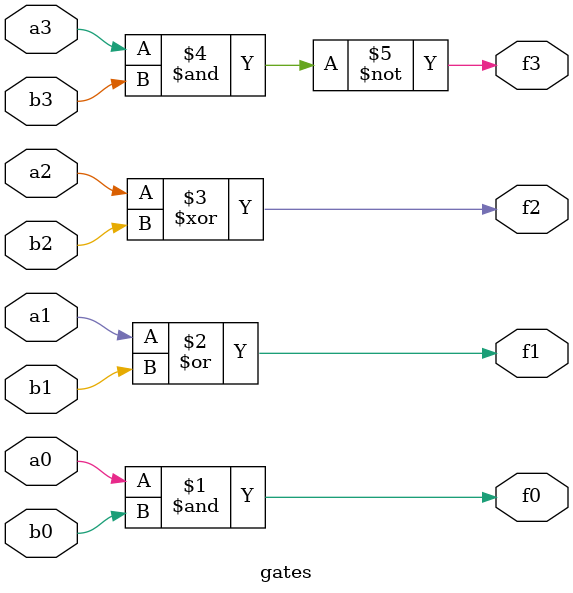
<source format=sv>
`timescale 1ns / 1ps
module gates(
	output logic f0, output logic f1, output logic f2, output logic f3,
	input logic a0, input logic b0, input logic a1, input logic b1,
	input logic a2, input logic b2, input logic a3, input logic b3
	);

	// Write code starting here ...
	assign f0 = a0 & b0;
	assign f1 = a1 | b1;
	assign f2 = a2 ^ b2;
	assign f3 = ~(a3 & b3);

endmodule

</source>
